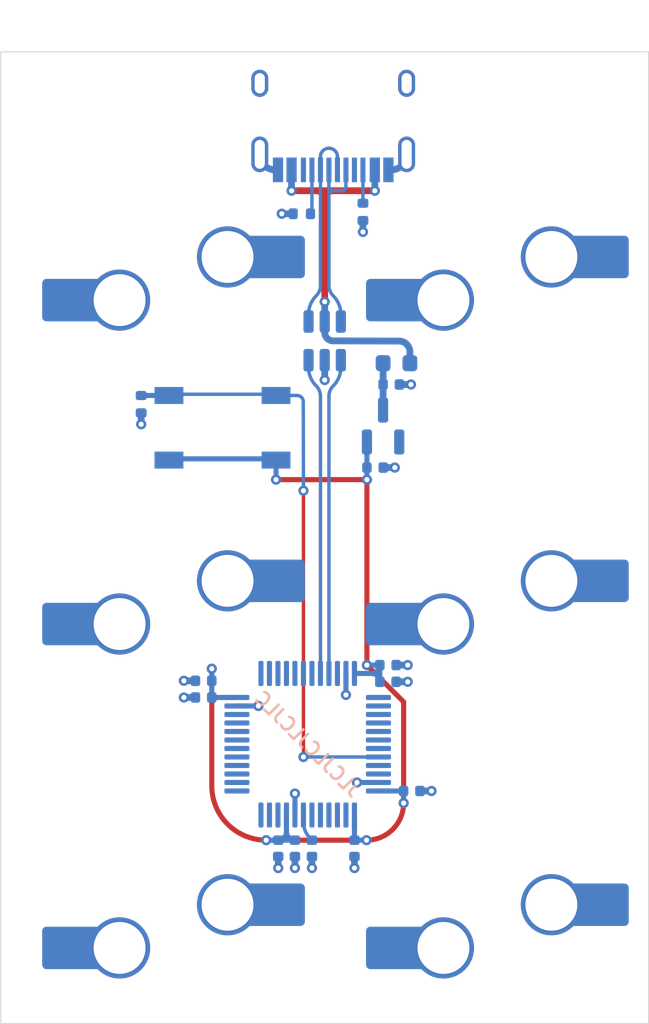
<source format=kicad_pcb>
(kicad_pcb (version 20240108) (generator "pcbnew") (generator_version "8.0")
  (layers (0 "F.Cu" signal) (31 "B.Cu" signal) (34 "B.Paste" user) (35 "F.Paste" user) (36 "B.SilkS" user "B.Silkscreen") (37 "F.SilkS" user "F.Silkscreen") (38 "B.Mask" user) (39 "F.Mask" user) (44 "Edge.Cuts" user))
  (net 0 "")
  (net 1 "GND")
  (net 2 "+3.3V")
  (net 3 "+5V")
  (net 4 "VBUS")
  (net 5 "/USB_D+")
  (net 6 "Net-(J1-CC1)")
  (net 7 "/USB_D-")
  (net 8 "Net-(J1-CC2)")
  (net 9 "/A7")
  (net 10 "/A0")
  (net 11 "/A6")
  (net 12 "/A9")
  (net 13 "/A5")
  (net 14 "/A3")
  (net 15 "/A1")
  (net 16 "/A8")
  (net 17 "/A4")
  (net 18 "/A13")
  (net 19 "/A14")
  (net 20 "/A15")
  (net 21 "/A10")
  (net 22 "/A2")
  (net 23 "/MCU_D-")
  (net 24 "/MCU_D+")
  (net 25 "/NRST")
  (net 26 "/BOOT0")
  (net 27 "/B12")
  (net 28 "/B3")
  (net 29 "/B6")
  (net 30 "/B0")
  (net 31 "/B8")
  (net 32 "/B7")
  (net 33 "/B2")
  (net 34 "/B4")
  (net 35 "/B1")
  (net 36 "/B13")
  (net 37 "/F1")
  (net 38 "/B9")
  (net 39 "/C13")
  (net 40 "/B10")
  (net 41 "/C14")
  (net 42 "/B15")
  (net 43 "/F0")
  (net 44 "/C15")
  (net 45 "/B11")
  (net 46 "/B5")
  (net 47 "/B14")
  (footprint "ScottoKeebs_Components:Resistor_0402" (layer "B.Cu") (at 136.412448 97.147529 -90)
    (property "Reference" "R3" (hide yes))
    (property "Value" "5.1k" (hide yes))
    (pad "1" smd roundrect (at -0.51 0 270) (size 0.54 0.64) (layers "B.Cu" "B.Paste" "B.Mask") (net 8 "Net-(J1-CC2)"))
    (pad "2" smd roundrect (at 0.51 0 270) (size 0.54 0.64) (layers "B.Cu" "B.Paste" "B.Mask") (net 1 "GND"))
  )
  (footprint "ScottoKeebs_Components:Capacitor_0402" (layer "B.Cu") (at 137.884946 124.787526 180)
    (property "Reference" "C16" (hide yes))
    (property "Value" "100nF")
    (pad "1" smd roundrect (at -0.48 0 180) (size 0.56 0.62) (layers "B.Cu" "B.Paste" "B.Mask") (net 1 "GND"))
    (pad "2" smd roundrect (at 0.48 0 180) (size 0.56 0.62) (layers "B.Cu" "B.Paste" "B.Mask") (net 2 "+3.3V"))
  )
  (footprint "ScottoKeebs_Scotto:MX_Hotswap_1.00u" (layer "B.Cu") (at 125.272446 101.070029 180)
    (property "Reference" "REF**" (hide yes))
    (property "Value" "MX_1.00u_PG151101S11")
    (pad "" np_thru_hole circle (at -4.445 3.81) (size 1.75 1.75) (drill 1.75) (layers "F&B.Cu" "*.Mask") (clearance 0.1))
    (pad "" np_thru_hole circle (at 0.635 3.81) (size 4 4) (drill 4) (layers "*.Cu" "*.Mask"))
    (pad "" np_thru_hole circle (at 5.715 3.81) (size 1.75 1.75) (drill 1.75) (layers "*.Cu" "*.Mask"))
    (pad "1" smd roundrect (at -5.95 1.27) (size 3.55 2.5) (layers "B.Cu") (roundrect_rratio 0.1))
    (pad "1" thru_hole circle (at -3.175 1.27) (size 3.6 3.6) (drill 3.05) (layers "*.Cu" "*.Mask"))
    (pad "2" thru_hole circle (at 3.175 -1.27) (size 3.6 3.6) (drill 3.05) (layers "*.Cu" "*.Mask"))
    (pad "2" smd roundrect (at 5.955 -1.27) (size 3.55 2.5) (layers "B.Cu") (roundrect_rratio 0.1))
  )
  (footprint "ScottoKeebs_Components:USB_C_HRO_TYPE-C-31-M-12" (layer "B.Cu") (at 134.662446 90.635029)
    (property "Reference" "J1" (hide yes))
    (property "Value" "USB_C")
    (pad "" np_thru_hole circle (at -2.89 2.6) (size 0.65 0.65) (drill 0.65) (layers "*.Cu" "*.Mask"))
    (pad "" np_thru_hole circle (at 2.89 2.6) (size 0.65 0.65) (drill 0.65) (layers "*.Cu" "*.Mask"))
    (pad "A1" smd rect (at -3.25 4.045) (size 0.6 1.45) (layers "B.Cu" "B.Paste" "B.Mask") (net 1 "GND"))
    (pad "A4" smd rect (at -2.45 4.045) (size 0.6 1.45) (layers "B.Cu" "B.Paste" "B.Mask") (net 4 "VBUS"))
    (pad "A5" smd rect (at -1.25 4.045) (size 0.3 1.45) (layers "B.Cu" "B.Paste" "B.Mask") (net 6 "Net-(J1-CC1)"))
    (pad "A6" smd rect (at -0.25 4.045) (size 0.3 1.45) (layers "B.Cu" "B.Paste" "B.Mask") (net 5 "/USB_D+"))
    (pad "A7" smd rect (at 0.25 4.045) (size 0.3 1.45) (layers "B.Cu" "B.Paste" "B.Mask") (net 7 "/USB_D-"))
    (pad "A8" smd rect (at 1.25 4.045) (size 0.3 1.45) (layers "B.Cu" "B.Paste" "B.Mask"))
    (pad "A9" smd rect (at 2.45 4.045) (size 0.6 1.45) (layers "B.Cu" "B.Paste" "B.Mask") (net 4 "VBUS"))
    (pad "A12" smd rect (at 3.25 4.045) (size 0.6 1.45) (layers "B.Cu" "B.Paste" "B.Mask") (net 1 "GND"))
    (pad "B1" smd rect (at 3.25 4.045) (size 0.6 1.45) (layers "B.Cu" "B.Paste" "B.Mask") (net 1 "GND"))
    (pad "B4" smd rect (at 2.45 4.045) (size 0.6 1.45) (layers "B.Cu" "B.Paste" "B.Mask") (net 4 "VBUS"))
    (pad "B5" smd rect (at 1.75 4.045) (size 0.3 1.45) (layers "B.Cu" "B.Paste" "B.Mask") (net 8 "Net-(J1-CC2)"))
    (pad "B6" smd rect (at 0.75 4.045) (size 0.3 1.45) (layers "B.Cu" "B.Paste" "B.Mask") (net 5 "/USB_D+"))
    (pad "B7" smd rect (at -0.75 4.045) (size 0.3 1.45) (layers "B.Cu" "B.Paste" "B.Mask") (net 7 "/USB_D-"))
    (pad "B8" smd rect (at -1.75 4.045) (size 0.3 1.45) (layers "B.Cu" "B.Paste" "B.Mask"))
    (pad "B9" smd rect (at -2.45 4.045) (size 0.6 1.45) (layers "B.Cu" "B.Paste" "B.Mask") (net 4 "VBUS"))
    (pad "B12" smd rect (at -3.25 4.045) (size 0.6 1.45) (layers "B.Cu" "B.Paste" "B.Mask") (net 1 "GND"))
    (pad "S1" thru_hole oval (at -4.32 -1.05) (size 1 1.6) (drill oval 0.6 1.2) (layers "*.Cu" "*.Mask") (net 1 "GND"))
    (pad "S1" thru_hole oval (at -4.32 3.13) (size 1 2.1) (drill oval 0.6 1.7) (layers "*.Cu" "*.Mask") (net 1 "GND"))
    (pad "S1" thru_hole oval (at 4.32 -1.05) (size 1 1.6) (drill oval 0.6 1.2) (layers "*.Cu" "*.Mask") (net 1 "GND"))
    (pad "S1" thru_hole oval (at 4.32 3.13) (size 1 2.1) (drill oval 0.6 1.7) (layers "*.Cu" "*.Mask") (net 1 "GND"))
  )
  (footprint "ScottoKeebs_Components:ESD_SOT-23-6" (layer "B.Cu") (at 134.162446 104.735029 90)
    (property "Reference" "U4" (hide yes))
    (property "Value" "USBLC6-2SC6" (hide yes))
    (pad "1" smd roundrect (at -1.1375 0.95 90) (size 1.325 0.6) (layers "B.Cu" "B.Paste" "B.Mask") (net 24 "/MCU_D+"))
    (pad "2" smd roundrect (at -1.1375 0 90) (size 1.325 0.6) (layers "B.Cu" "B.Paste" "B.Mask") (net 1 "GND"))
    (pad "3" smd roundrect (at -1.1375 -0.95 90) (size 1.325 0.6) (layers "B.Cu" "B.Paste" "B.Mask") (net 23 "/MCU_D-"))
    (pad "4" smd roundrect (at 1.1375 -0.95 90) (size 1.325 0.6) (layers "B.Cu" "B.Paste" "B.Mask") (net 7 "/USB_D-"))
    (pad "5" smd roundrect (at 1.1375 0 90) (size 1.325 0.6) (layers "B.Cu" "B.Paste" "B.Mask") (net 4 "VBUS"))
    (pad "6" smd roundrect (at 1.1375 0.95 90) (size 1.325 0.6) (layers "B.Cu" "B.Paste" "B.Mask") (net 5 "/USB_D+"))
  )
  (footprint "ScottoKeebs_Scotto:MX_Hotswap_1.00u" (layer "B.Cu") (at 125.272446 120.120029 180)
    (property "Reference" "REF**" (hide yes))
    (property "Value" "MX_1.00u_PG151101S11")
    (pad "" np_thru_hole circle (at -4.445 3.81) (size 1.75 1.75) (drill 1.75) (layers "F&B.Cu" "*.Mask") (clearance 0.1))
    (pad "" np_thru_hole circle (at 0.635 3.81) (size 4 4) (drill 4) (layers "*.Cu" "*.Mask"))
    (pad "" np_thru_hole circle (at 5.715 3.81) (size 1.75 1.75) (drill 1.75) (layers "*.Cu" "*.Mask"))
    (pad "1" smd roundrect (at -5.95 1.27) (size 3.55 2.5) (layers "B.Cu") (roundrect_rratio 0.1))
    (pad "1" thru_hole circle (at -3.175 1.27) (size 3.6 3.6) (drill 3.05) (layers "*.Cu" "*.Mask"))
    (pad "2" thru_hole circle (at 3.175 -1.27) (size 3.6 3.6) (drill 3.05) (layers "*.Cu" "*.Mask"))
    (pad "2" smd roundrect (at 5.955 -1.27) (size 3.55 2.5) (layers "B.Cu") (roundrect_rratio 0.1))
  )
  (footprint "ScottoKeebs_Components:Capacitor_0402" (layer "B.Cu") (at 139.284946 131.210029 180)
    (property "Reference" "C13" (hide yes))
    (property "Value" "100nF")
    (pad "1" smd roundrect (at -0.48 0 180) (size 0.56 0.62) (layers "B.Cu" "B.Paste" "B.Mask") (net 1 "GND"))
    (pad "2" smd roundrect (at 0.48 0 180) (size 0.56 0.62) (layers "B.Cu" "B.Paste" "B.Mask") (net 2 "+3.3V"))
  )
  (footprint "ScottoKeebs_Components:Capacitor_0402" (layer "B.Cu") (at 132.412447 134.582529 90)
    (property "Reference" "C14" (hide yes))
    (property "Value" "10nF")
    (pad "1" smd roundrect (at -0.48 0 90) (size 0.56 0.62) (layers "B.Cu" "B.Paste" "B.Mask") (net 1 "GND"))
    (pad "2" smd roundrect (at 0.48 0 90) (size 0.56 0.62) (layers "B.Cu" "B.Paste" "B.Mask") (net 2 "+3.3V"))
  )
  (footprint "ScottoKeebs_Scotto:MX_Hotswap_1.00u" (layer "B.Cu") (at 125.272446 139.170029 180)
    (property "Reference" "REF**" (hide yes))
    (property "Value" "MX_1.00u_PG151101S11")
    (pad "" np_thru_hole circle (at -4.445 3.81) (size 1.75 1.75) (drill 1.75) (layers "F&B.Cu" "*.Mask") (clearance 0.1))
    (pad "" np_thru_hole circle (at 0.635 3.81) (size 4 4) (drill 4) (layers "*.Cu" "*.Mask"))
    (pad "" np_thru_hole circle (at 5.715 3.81) (size 1.75 1.75) (drill 1.75) (layers "*.Cu" "*.Mask"))
    (pad "1" smd roundrect (at -5.95 1.27) (size 3.55 2.5) (layers "B.Cu") (roundrect_rratio 0.1))
    (pad "1" thru_hole circle (at -3.175 1.27) (size 3.6 3.6) (drill 3.05) (layers "*.Cu" "*.Mask"))
    (pad "2" thru_hole circle (at 3.175 -1.27) (size 3.6 3.6) (drill 3.05) (layers "*.Cu" "*.Mask"))
    (pad "2" smd roundrect (at 5.955 -1.27) (size 3.55 2.5) (layers "B.Cu") (roundrect_rratio 0.1))
  )
  (footprint "ScottoKeebs_Scotto:MX_Hotswap_1.00u" (layer "B.Cu") (at 144.322446 101.070029 180)
    (property "Reference" "REF**" (hide yes))
    (property "Value" "MX_1.00u_PG151101S11")
    (pad "" np_thru_hole circle (at -4.445 3.81) (size 1.75 1.75) (drill 1.75) (layers "F&B.Cu" "*.Mask") (clearance 0.1))
    (pad "" np_thru_hole circle (at 0.635 3.81) (size 4 4) (drill 4) (layers "*.Cu" "*.Mask"))
    (pad "" np_thru_hole circle (at 5.715 3.81) (size 1.75 1.75) (drill 1.75) (layers "*.Cu" "*.Mask"))
    (pad "1" smd roundrect (at -5.95 1.27) (size 3.55 2.5) (layers "B.Cu") (roundrect_rratio 0.1))
    (pad "1" thru_hole circle (at -3.175 1.27) (size 3.6 3.6) (drill 3.05) (layers "*.Cu" "*.Mask"))
    (pad "2" thru_hole circle (at 3.175 -1.27) (size 3.6 3.6) (drill 3.05) (layers "*.Cu" "*.Mask"))
    (pad "2" smd roundrect (at 5.955 -1.27) (size 3.55 2.5) (layers "B.Cu") (roundrect_rratio 0.1))
  )
  (footprint "ScottoKeebs_Scotto:MX_Hotswap_1.00u" (layer "B.Cu") (at 144.322446 139.170029 180)
    (property "Reference" "REF**" (hide yes))
    (property "Value" "MX_1.00u_PG151101S11")
    (pad "" np_thru_hole circle (at -4.445 3.81) (size 1.75 1.75) (drill 1.75) (layers "F&B.Cu" "*.Mask") (clearance 0.1))
    (pad "" np_thru_hole circle (at 0.635 3.81) (size 4 4) (drill 4) (layers "*.Cu" "*.Mask"))
    (pad "" np_thru_hole circle (at 5.715 3.81) (size 1.75 1.75) (drill 1.75) (layers "*.Cu" "*.Mask"))
    (pad "1" smd roundrect (at -5.95 1.27) (size 3.55 2.5) (layers "B.Cu") (roundrect_rratio 0.1))
    (pad "1" thru_hole circle (at -3.175 1.27) (size 3.6 3.6) (drill 3.05) (layers "*.Cu" "*.Mask"))
    (pad "2" thru_hole circle (at 3.175 -1.27) (size 3.6 3.6) (drill 3.05) (layers "*.Cu" "*.Mask"))
    (pad "2" smd roundrect (at 5.955 -1.27) (size 3.55 2.5) (layers "B.Cu") (roundrect_rratio 0.1))
  )
  (footprint "ScottoKeebs_Components:Package_LQFP-48_7x7mm_P0.5" (layer "B.Cu") (at 133.162446 128.460029 90)
    (property "Reference" "U1" (hide yes))
    (property "Value" "STM32F072CBT6" (hide yes))
    (pad "1" smd roundrect (at -4.1625 2.75 90) (size 1.475 0.3) (layers "B.Cu" "B.Paste" "B.Mask") (net 2 "+3.3V"))
    (pad "2" smd roundrect (at -4.1625 2.25 90) (size 1.475 0.3) (layers "B.Cu" "B.Paste" "B.Mask") (net 39 "/C13"))
    (pad "3" smd roundrect (at -4.1625 1.75 90) (size 1.475 0.3) (layers "B.Cu" "B.Paste" "B.Mask") (net 41 "/C14"))
    (pad "4" smd roundrect (at -4.1625 1.25 90) (size 1.475 0.3) (layers "B.Cu" "B.Paste" "B.Mask") (net 44 "/C15"))
    (pad "5" smd roundrect (at -4.1625 0.75 90) (size 1.475 0.3) (layers "B.Cu" "B.Paste" "B.Mask") (net 43 "/F0"))
    (pad "6" smd roundrect (at -4.1625 0.25 90) (size 1.475 0.3) (layers "B.Cu" "B.Paste" "B.Mask") (net 37 "/F1"))
    (pad "7" smd roundrect (at -4.1625 -0.25 90) (size 1.475 0.3) (layers "B.Cu" "B.Paste" "B.Mask") (net 25 "/NRST"))
    (pad "8" smd roundrect (at -4.1625 -0.75 90) (size 1.475 0.3) (layers "B.Cu" "B.Paste" "B.Mask") (net 1 "GND"))
    (pad "9" smd roundrect (at -4.1625 -1.25 90) (size 1.475 0.3) (layers "B.Cu" "B.Paste" "B.Mask") (net 2 "+3.3V"))
    (pad "10" smd roundrect (at -4.1625 -1.75 90) (size 1.475 0.3) (layers "B.Cu" "B.Paste" "B.Mask") (net 10 "/A0"))
    (pad "11" smd roundrect (at -4.1625 -2.25 90) (size 1.475 0.3) (layers "B.Cu" "B.Paste" "B.Mask") (net 15 "/A1"))
    (pad "12" smd roundrect (at -4.1625 -2.75 90) (size 1.475 0.3) (layers "B.Cu" "B.Paste" "B.Mask") (net 22 "/A2"))
    (pad "13" smd roundrect (at -2.75 -4.1625 90) (size 0.3 1.475) (layers "B.Cu" "B.Paste" "B.Mask") (net 14 "/A3"))
    (pad "14" smd roundrect (at -2.25 -4.1625 90) (size 0.3 1.475) (layers "B.Cu" "B.Paste" "B.Mask") (net 17 "/A4"))
    (pad "15" smd roundrect (at -1.75 -4.1625 90) (size 0.3 1.475) (layers "B.Cu" "B.Paste" "B.Mask") (net 13 "/A5"))
    (pad "16" smd roundrect (at -1.25 -4.1625 90) (size 0.3 1.475) (layers "B.Cu" "B.Paste" "B.Mask") (net 11 "/A6"))
    (pad "17" smd roundrect (at -0.75 -4.1625 90) (size 0.3 1.475) (layers "B.Cu" "B.Paste" "B.Mask") (net 9 "/A7"))
    (pad "18" smd roundrect (at -0.25 -4.1625 90) (size 0.3 1.475) (layers "B.Cu" "B.Paste" "B.Mask") (net 30 "/B0"))
    (pad "19" smd roundrect (at 0.25 -4.1625 90) (size 0.3 1.475) (layers "B.Cu" "B.Paste" "B.Mask") (net 35 "/B1"))
    (pad "20" smd roundrect (at 0.75 -4.1625 90) (size 0.3 1.475) (layers "B.Cu" "B.Paste" "B.Mask") (net 33 "/B2"))
    (pad "21" smd roundrect (at 1.25 -4.1625 90) (size 0.3 1.475) (layers "B.Cu" "B.Paste" "B.Mask") (net 40 "/B10"))
    (pad "22" smd roundrect (at 1.75 -4.1625 90) (size 0.3 1.475) (layers "B.Cu" "B.Paste" "B.Mask") (net 45 "/B11"))
    (pad "23" smd roundrect (at 2.25 -4.1625 90) (size 0.3 1.475) (layers "B.Cu" "B.Paste" "B.Mask") (net 1 "GND"))
    (pad "24" smd roundrect (at 2.75 -4.1625 90) (size 0.3 1.475) (layers "B.Cu" "B.Paste" "B.Mask") (net 2 "+3.3V"))
    (pad "25" smd roundrect (at 4.1625 -2.75 90) (size 1.475 0.3) (layers "B.Cu" "B.Paste" "B.Mask") (net 27 "/B12"))
    (pad "26" smd roundrect (at 4.1625 -2.25 90) (size 1.475 0.3) (layers "B.Cu" "B.Paste" "B.Mask") (net 36 "/B13"))
    (pad "27" smd roundrect (at 4.1625 -1.75 90) (size 1.475 0.3) (layers "B.Cu" "B.Paste" "B.Mask") (net 47 "/B14"))
    (pad "28" smd roundrect (at 4.1625 -1.25 90) (size 1.475 0.3) (layers "B.Cu" "B.Paste" "B.Mask") (net 42 "/B15"))
    (pad "29" smd roundrect (at 4.1625 -0.75 90) (size 1.475 0.3) (layers "B.Cu" "B.Paste" "B.Mask") (net 16 "/A8"))
    (pad "30" smd roundrect (at 4.1625 -0.25 90) (size 1.475 0.3) (layers "B.Cu" "B.Paste" "B.Mask") (net 12 "/A9"))
    (pad "31" smd roundrect (at 4.1625 0.25 90) (size 1.475 0.3) (layers "B.Cu" "B.Paste" "B.Mask") (net 21 "/A10"))
    (pad "32" smd roundrect (at 4.1625 0.75 90) (size 1.475 0.3) (layers "B.Cu" "B.Paste" "B.Mask") (net 23 "/MCU_D-"))
    (pad "33" smd roundrect (at 4.1625 1.25 90) (size 1.475 0.3) (layers "B.Cu" "B.Paste" "B.Mask") (net 24 "/MCU_D+"))
    (pad "34" smd roundrect (at 4.1625 1.75 90) (size 1.475 0.3) (layers "B.Cu" "B.Paste" "B.Mask") (net 18 "/A13"))
    (pad "35" smd roundrect (at 4.1625 2.25 90) (size 1.475 0.3) (layers "B.Cu" "B.Paste" "B.Mask") (net 1 "GND"))
    (pad "36" smd roundrect (at 4.1625 2.75 90) (size 1.475 0.3) (layers "B.Cu" "B.Paste" "B.Mask") (net 2 "+3.3V"))
    (pad "37" smd roundrect (at 2.75 4.1625 90) (size 0.3 1.475) (layers "B.Cu" "B.Paste" "B.Mask") (net 19 "/A14"))
    (pad "38" smd roundrect (at 2.25 4.1625 90) (size 0.3 1.475) (layers "B.Cu" "B.Paste" "B.Mask") (net 20 "/A15"))
    (pad "39" smd roundrect (at 1.75 4.1625 90) (size 0.3 1.475) (layers "B.Cu" "B.Paste" "B.Mask") (net 28 "/B3"))
    (pad "40" smd roundrect (at 1.25 4.1625 90) (size 0.3 1.475) (layers "B.Cu" "B.Paste" "B.Mask") (net 34 "/B4"))
    (pad "41" smd roundrect (at 0.75 4.1625 90) (size 0.3 1.475) (layers "B.Cu" "B.Paste" "B.Mask") (net 46 "/B5"))
    (pad "42" smd roundrect (at 0.25 4.1625 90) (size 0.3 1.475) (layers "B.Cu" "B.Paste" "B.Mask") (net 29 "/B6"))
    (pad "43" smd roundrect (at -0.25 4.1625 90) (size 0.3 1.475) (layers "B.Cu" "B.Paste" "B.Mask") (net 32 "/B7"))
    (pad "44" smd roundrect (at -0.75 4.1625 90) (size 0.3 1.475) (layers "B.Cu" "B.Paste" "B.Mask") (net 26 "/BOOT0"))
    (pad "45" smd roundrect (at -1.25 4.1625 90) (size 0.3 1.475) (layers "B.Cu" "B.Paste" "B.Mask") (net 31 "/B8"))
    (pad "46" smd roundrect (at -1.75 4.1625 90) (size 0.3 1.475) (layers "B.Cu" "B.Paste" "B.Mask") (net 38 "/B9"))
    (pad "47" smd roundrect (at -2.25 4.1625 90) (size 0.3 1.475) (layers "B.Cu" "B.Paste" "B.Mask") (net 1 "GND"))
    (pad "48" smd roundrect (at -2.75 4.1625 90) (size 0.3 1.475) (layers "B.Cu" "B.Paste" "B.Mask") (net 2 "+3.3V"))
  )
  (footprint "ScottoKeebs_Components:Capacitor_0402" (layer "B.Cu") (at 127.039945 125.710026)
    (property "Reference" "C11" (hide yes))
    (property "Value" "100nF")
    (pad "1" smd roundrect (at -0.48 0) (size 0.56 0.62) (layers "B.Cu" "B.Paste" "B.Mask") (net 1 "GND"))
    (pad "2" smd roundrect (at 0.48 0) (size 0.56 0.62) (layers "B.Cu" "B.Paste" "B.Mask") (net 2 "+3.3V"))
  )
  (footprint "ScottoKeebs_Components:Capacitor_0402" (layer "B.Cu") (at 138.077197 107.302526)
    (property "Reference" "C8" (hide yes))
    (property "Value" "1uF")
    (pad "1" smd roundrect (at -0.48 0) (size 0.56 0.62) (layers "B.Cu" "B.Paste" "B.Mask") (net 3 "+5V"))
    (pad "2" smd roundrect (at 0.48 0) (size 0.56 0.62) (layers "B.Cu" "B.Paste" "B.Mask") (net 1 "GND"))
  )
  (footprint "ScottoKeebs_Components:Capacitor_0402" (layer "B.Cu") (at 135.912445 134.58253 90)
    (property "Reference" "C10" (hide yes))
    (property "Value" "100nF")
    (pad "1" smd roundrect (at -0.48 0 90) (size 0.56 0.62) (layers "B.Cu" "B.Paste" "B.Mask") (net 1 "GND"))
    (pad "2" smd roundrect (at 0.48 0 90) (size 0.56 0.62) (layers "B.Cu" "B.Paste" "B.Mask") (net 2 "+3.3V"))
  )
  (footprint "ScottoKeebs_Components:Capacitor_0402" (layer "B.Cu") (at 131.429947 134.58253 90)
    (property "Reference" "C15" (hide yes))
    (property "Value" "1uF")
    (pad "1" smd roundrect (at -0.48 0 90) (size 0.56 0.62) (layers "B.Cu" "B.Paste" "B.Mask") (net 1 "GND"))
    (pad "2" smd roundrect (at 0.48 0 90) (size 0.56 0.62) (layers "B.Cu" "B.Paste" "B.Mask") (net 2 "+3.3V"))
  )
  (footprint "ScottoKeebs_Scotto:MX_Hotswap_1.00u" (layer "B.Cu") (at 144.322446 120.120029 180)
    (property "Reference" "REF**" (hide yes))
    (property "Value" "MX_1.00u_PG151101S11")
    (pad "" np_thru_hole circle (at -4.445 3.81) (size 1.75 1.75) (drill 1.75) (layers "F&B.Cu" "*.Mask") (clearance 0.1))
    (pad "" np_thru_hole circle (at 0.635 3.81) (size 4 4) (drill 4) (layers "*.Cu" "*.Mask"))
    (pad "" np_thru_hole circle (at 5.715 3.81) (size 1.75 1.75) (drill 1.75) (layers "*.Cu" "*.Mask"))
    (pad "1" smd roundrect (at -5.95 1.27) (size 3.55 2.5) (layers "B.Cu") (roundrect_rratio 0.1))
    (pad "1" thru_hole circle (at -3.175 1.27) (size 3.6 3.6) (drill 3.05) (layers "*.Cu" "*.Mask"))
    (pad "2" thru_hole circle (at 3.175 -1.27) (size 3.6 3.6) (drill 3.05) (layers "*.Cu" "*.Mask"))
    (pad "2" smd roundrect (at 5.955 -1.27) (size 3.55 2.5) (layers "B.Cu") (roundrect_rratio 0.1))
  )
  (footprint "ScottoKeebs_Components:Resistor_0402" (layer "B.Cu") (at 132.817446 97.260029 180)
    (property "Reference" "R2" (hide yes))
    (property "Value" "5.1k" (hide yes))
    (pad "1" smd roundrect (at -0.51 0 180) (size 0.54 0.64) (layers "B.Cu" "B.Paste" "B.Mask") (net 6 "Net-(J1-CC1)"))
    (pad "2" smd roundrect (at 0.51 0 180) (size 0.54 0.64) (layers "B.Cu" "B.Paste" "B.Mask") (net 1 "GND"))
  )
  (footprint "ScottoKeebs_Components:Capacitor_0402" (layer "B.Cu") (at 133.412446 134.582529 -90)
    (property "Reference" "C7" (hide yes))
    (property "Value" "100nF")
    (pad "1" smd roundrect (at -0.48 0 270) (size 0.56 0.62) (layers "B.Cu" "B.Paste" "B.Mask") (net 25 "/NRST"))
    (pad "2" smd roundrect (at 0.48 0 270) (size 0.56 0.62) (layers "B.Cu" "B.Paste" "B.Mask") (net 1 "GND"))
  )
  (footprint "ScottoKeebs_Components:Capacitor_0402" (layer "B.Cu") (at 137.884948 123.805024 180)
    (property "Reference" "C17" (hide yes))
    (property "Value" "4.7uF")
    (pad "1" smd roundrect (at -0.48 0 180) (size 0.56 0.62) (layers "B.Cu" "B.Paste" "B.Mask") (net 1 "GND"))
    (pad "2" smd roundrect (at 0.48 0 180) (size 0.56 0.62) (layers "B.Cu" "B.Paste" "B.Mask") (net 2 "+3.3V"))
  )
  (footprint "ScottoKeebs_Components:Voltage_SOT-23" (layer "B.Cu") (at 137.596197 109.745026 90)
    (property "Reference" "U3" (hide yes))
    (property "Value" "XC6206")
    (pad "1" smd roundrect (at -0.9375 0.95 90) (size 1.475 0.6) (layers "B.Cu" "B.Paste" "B.Mask") (net 1 "GND"))
    (pad "2" smd roundrect (at -0.9375 -0.95 90) (size 1.475 0.6) (layers "B.Cu" "B.Paste" "B.Mask") (net 2 "+3.3V"))
    (pad "3" smd roundrect (at 0.9375 0 90) (size 1.475 0.6) (layers "B.Cu" "B.Paste" "B.Mask") (net 3 "+5V"))
  )
  (footprint "ScottoKeebs_Components:Resistor_0402" (layer "B.Cu") (at 123.36745 108.460024 90)
    (property "Reference" "R1" (hide yes))
    (property "Value" "10k" (hide yes))
    (pad "1" smd roundrect (at -0.51 0 90) (size 0.54 0.64) (layers "B.Cu" "B.Paste" "B.Mask") (net 1 "GND"))
    (pad "2" smd roundrect (at 0.51 0 90) (size 0.54 0.64) (layers "B.Cu" "B.Paste" "B.Mask") (net 26 "/BOOT0"))
  )
  (footprint "ScottoKeebs_Components:Fuse_0603" (layer "B.Cu") (at 138.386195 106.050026 180)
    (property "Reference" "F1" (hide yes))
    (property "Value" "500mA" (hide yes))
    (pad "1" smd roundrect (at -0.7875 0 180) (size 0.875 0.95) (layers "B.Cu" "B.Paste" "B.Mask") (net 4 "VBUS"))
    (pad "2" smd roundrect (at 0.7875 0 180) (size 0.875 0.95) (layers "B.Cu" "B.Paste" "B.Mask") (net 3 "+5V"))
  )
  (footprint "ScottoKeebs_Components:Button_TL3342" (layer "B.Cu") (at 128.149946 109.84753)
    (property "Reference" "SW1" (hide yes))
    (property "Value" "SW_Push")
    (pad "1" smd rect (at -3.15 1.9) (size 1.7 1) (layers "B.Cu" "B.Paste" "B.Mask") (net 2 "+3.3V"))
    (pad "1" smd rect (at 3.15 1.9) (size 1.7 1) (layers "B.Cu" "B.Paste" "B.Mask") (net 2 "+3.3V"))
    (pad "2" smd rect (at -3.15 -1.9) (size 1.7 1) (layers "B.Cu" "B.Paste" "B.Mask") (net 26 "/BOOT0"))
    (pad "2" smd rect (at 3.15 -1.9) (size 1.7 1) (layers "B.Cu" "B.Paste" "B.Mask") (net 26 "/BOOT0"))
  )
  (footprint "ScottoKeebs_Components:Capacitor_0402" (layer "B.Cu") (at 137.126197 112.187526)
    (property "Reference" "C9" (hide yes))
    (property "Value" "1uF")
    (pad "1" smd roundrect (at -0.48 0) (size 0.56 0.62) (layers "B.Cu" "B.Paste" "B.Mask") (net 2 "+3.3V"))
    (pad "2" smd roundrect (at 0.48 0) (size 0.56 0.62) (layers "B.Cu" "B.Paste" "B.Mask") (net 1 "GND"))
  )
  (footprint "ScottoKeebs_Components:Capacitor_0402" (layer "B.Cu") (at 127.039938 124.727526)
    (property "Reference" "C12" (hide yes))
    (property "Value" "4.7uF")
    (pad "1" smd roundrect (at -0.48 0) (size 0.56 0.62) (layers "B.Cu" "B.Paste" "B.Mask") (net 1 "GND"))
    (pad "2" smd roundrect (at 0.48 0) (size 0.56 0.62) (layers "B.Cu" "B.Paste" "B.Mask") (net 2 "+3.3V"))
  )
  (gr_rect (start 115.112446 87.735029) (end 153.212446 144.885029) (stroke (width 0.05)) (fill none) (layer "Edge.Cuts"))
  (gr_text "JLCJLCJLCJLC" (at 133.162446 128.460029 -45) (layer "B.SilkS") (effects (font (size 0.8 0.8)) (justify mirror)))
  (via (at 123.367448 109.640021) (size 0.6) (drill 0.3) (layers "F.Cu" "B.Cu") (net 1))
  (via (at 133.412446 135.742529) (size 0.6) (drill 0.3) (layers "F.Cu" "B.Cu") (net 1))
  (via (at 125.879945 125.710027) (size 0.6) (drill 0.3) (layers "F.Cu" "B.Cu") (net 1))
  (via (at 125.879946 124.727523) (size 0.6) (drill 0.3) (layers "F.Cu" "B.Cu") (net 1))
  (via (at 135.912449 135.742529) (size 0.6) (drill 0.3) (layers "F.Cu" "B.Cu") (net 1))
  (via (at 136.412451 98.32753) (size 0.6) (drill 0.3) (layers "F.Cu" "B.Cu") (net 1))
  (via (at 132.412446 131.360029) (size 0.6) (drill 0.3) (layers "F.Cu" "B.Cu") (net 1))
  (via (at 135.412446 125.560029) (size 0.6) (drill 0.3) (layers "F.Cu" "B.Cu") (net 1))
  (via (at 136.062446 130.710029) (size 0.6) (drill 0.3) (layers "F.Cu" "B.Cu") (net 1))
  (via (at 131.429948 135.742531) (size 0.6) (drill 0.3) (layers "F.Cu" "B.Cu") (net 1))
  (via (at 130.262446 126.210029) (size 0.6) (drill 0.3) (layers "F.Cu" "B.Cu") (net 1))
  (via (at 134.161569 107.038677) (size 0.6) (drill 0.3) (layers "F.Cu" "B.Cu") (net 1))
  (via (at 139.237197 107.302526) (size 0.6) (drill 0.3) (layers "F.Cu" "B.Cu") (net 1))
  (via (at 140.444946 131.210029) (size 0.6) (drill 0.3) (layers "F.Cu" "B.Cu") (net 1))
  (via (at 139.044948 123.805023) (size 0.6) (drill 0.3) (layers "F.Cu" "B.Cu") (net 1))
  (via (at 138.286197 112.187526) (size 0.6) (drill 0.3) (layers "F.Cu" "B.Cu") (net 1))
  (via (at 132.412446 135.742529) (size 0.6) (drill 0.3) (layers "F.Cu" "B.Cu") (net 1))
  (via (at 139.044946 124.787525) (size 0.6) (drill 0.3) (layers "F.Cu" "B.Cu") (net 1))
  (via (at 131.637446 97.260029) (size 0.6) (drill 0.3) (layers "F.Cu" "B.Cu") (net 1))
  (segment (start 135.412446 124.297529) (end 135.412446 125.560029) (width 0.3) (layer "B.Cu") (net 1))
  (segment (start 132.307446 97.260029) (end 131.637446 97.260029) (width 0.4) (layer "B.Cu") (net 1))
  (segment (start 126.559947 124.727524) (end 125.879946 124.727523) (width 0.4) (layer "B.Cu") (net 1))
  (segment (start 131.429948 135.06253) (end 131.429948 135.742531) (width 0.4) (layer "B.Cu") (net 1))
  (segment (start 132.412446 135.062529) (end 132.412446 135.742529) (width 0.4) (layer "B.Cu") (net 1))
  (segment (start 138.557197 107.302526) (end 139.237197 107.302526) (width 0.4) (layer "B.Cu") (net 1))
  (segment (start 128.999946 126.210029) (end 130.262446 126.210029) (width 0.3) (layer "B.Cu") (net 1))
  (segment (start 123.367446 108.970026) (end 123.367448 109.640021) (width 0.4) (layer "B.Cu") (net 1))
  (segment (start 134.162446 107.0378) (end 134.161569 107.038677) (width 0.4) (layer "B.Cu") (net 1))
  (segment (start 137.606197 112.187526) (end 138.286197 112.187526) (width 0.4) (layer "B.Cu") (net 1))
  (segment (start 135.912449 135.062528) (end 135.912449 135.742529) (width 0.4) (layer "B.Cu") (net 1))
  (segment (start 139.044945 124.787526) (end 139.044946 124.787525) (width 0.3) (layer "B.Cu") (net 1))
  (segment (start 126.559945 125.710027) (end 125.879945 125.710027) (width 0.4) (layer "B.Cu") (net 1))
  (segment (start 134.162446 105.872529) (end 134.162446 107.0378) (width 0.4) (layer "B.Cu") (net 1))
  (segment (start 131.412446 94.680029) (end 131.257446 94.680029) (width 0.4) (layer "B.Cu") (net 1))
  (segment (start 133.412446 135.062529) (end 133.412446 135.742529) (width 0.4) (layer "B.Cu") (net 1))
  (segment (start 139.764946 131.210029) (end 140.444946 131.210029) (width 0.4) (layer "B.Cu") (net 1))
  (segment (start 138.364948 123.805024) (end 139.044947 123.805024) (width 0.4) (layer "B.Cu") (net 1))
  (segment (start 132.412446 132.622529) (end 132.412446 131.360029) (width 0.3) (layer "B.Cu") (net 1))
  (segment (start 137.912446 94.680029) (end 138.067446 94.680029) (width 0.4) (layer "B.Cu") (net 1))
  (segment (start 137.324946 130.710029) (end 136.062446 130.710029) (width 0.3) (layer "B.Cu") (net 1))
  (segment (start 136.412448 97.657529) (end 136.412448 98.327523) (width 0.4) (layer "B.Cu") (net 1))
  (segment (start 138.364946 124.787526) (end 139.044945 124.787526) (width 0.4) (layer "B.Cu") (net 1))
  (segment (start 136.412448 98.327523) (end 136.412451 98.32753) (width 0.4) (layer "B.Cu") (net 1))
  (segment (start 139.044947 123.805024) (end 139.044948 123.805023) (width 0.3) (layer "B.Cu") (net 1))
  (arc (start 138.067446 94.680029) (mid 138.714449 94.412032) (end 138.982446 93.765029) (width 0.4) (layer "B.Cu") (net 1))
  (arc (start 131.257446 94.680029) (mid 130.610443 94.412032) (end 130.342446 93.765029) (width 0.4) (layer "B.Cu") (net 1))
  (segment (start 127.519938 130.902521) (end 127.519938 124.017526) (width 0.3) (layer "F.Cu") (net 2))
  (segment (start 136.43494 134.102531) (end 130.719947 134.10253) (width 0.3) (layer "F.Cu") (net 2))
  (segment (start 136.622446 134.102531) (end 136.43494 134.102531) (width 0.3) (layer "F.Cu") (net 2))
  (segment (start 138.804946 131.920031) (end 138.804946 131.920029) (width 0.3) (layer "F.Cu") (net 2))
  (segment (start 136.643697 123.805024) (end 138.804946 125.966273) (width 0.3) (layer "F.Cu") (net 2))
  (segment (start 136.646197 123.802524) (end 136.643697 123.805024) (width 0.3) (layer "F.Cu") (net 2))
  (segment (start 138.804946 125.966273) (end 138.804946 131.920029) (width 0.3) (layer "F.Cu") (net 2))
  (segment (start 136.646197 112.897526) (end 136.646197 123.802524) (width 0.3) (layer "F.Cu") (net 2))
  (segment (start 136.646197 112.897526) (end 131.299951 112.897526) (width 0.3) (layer "F.Cu") (net 2))
  (via (at 136.622446 134.102531) (size 0.6) (drill 0.3) (layers "F.Cu" "B.Cu") (net 2))
  (via (at 136.646197 112.897526) (size 0.6) (drill 0.3) (layers "F.Cu" "B.Cu") (net 2))
  (via (at 138.804946 131.920029) (size 0.6) (drill 0.3) (layers "F.Cu" "B.Cu") (net 2))
  (via (at 130.719947 134.10253) (size 0.6) (drill 0.3) (layers "F.Cu" "B.Cu") (net 2))
  (via (at 136.643697 123.805024) (size 0.6) (drill 0.3) (layers "F.Cu" "B.Cu") (net 2))
  (via (at 127.519938 124.017526) (size 0.6) (drill 0.3) (layers "F.Cu" "B.Cu") (net 2))
  (via (at 131.299951 112.897526) (size 0.6) (drill 0.3) (layers "F.Cu" "B.Cu") (net 2))
  (arc (start 130.719947 134.10253) (mid 128.457199 133.165269) (end 127.519938 130.902521) (width 0.3) (layer "F.Cu") (net 2))
  (arc (start 136.622446 134.102531) (mid 138.165707 133.463292) (end 138.804946 131.920031) (width 0.3) (layer "F.Cu") (net 2))
  (segment (start 131.912446 132.622529) (end 131.912446 133.602529) (width 0.3) (layer "B.Cu") (net 2))
  (segment (start 131.912446 133.602529) (end 131.912446 133.62003) (width 0.3) (layer "B.Cu") (net 2))
  (segment (start 135.912447 124.297528) (end 135.912446 124.297529) (width 0.3) (layer "B.Cu") (net 2))
  (segment (start 131.429946 134.10253) (end 131.782447 134.10253) (width 0.3) (layer "B.Cu") (net 2))
  (segment (start 127.519945 125.710028) (end 127.519945 124.727532) (width 0.3) (layer "B.Cu") (net 2))
  (segment (start 137.404948 124.787524) (end 137.404946 124.787526) (width 0.3) (layer "B.Cu") (net 2))
  (segment (start 131.429946 134.10253) (end 130.719947 134.10253) (width 0.3) (layer "B.Cu") (net 2))
  (segment (start 124.999946 111.675029) (end 131.299949 111.675029) (width 0.3) (layer "B.Cu") (net 2))
  (segment (start 128.999946 125.710029) (end 127.519945 125.710029) (width 0.3) (layer "B.Cu") (net 2))
  (segment (start 135.912446 134.102527) (end 135.912447 134.102528) (width 0.3) (layer "B.Cu") (net 2))
  (segment (start 137.404951 123.805014) (end 137.404948 123.805027) (width 0.3) (layer "B.Cu") (net 2))
  (segment (start 131.299951 111.74753) (end 131.299951 112.897526) (width 0.3) (layer "B.Cu") (net 2))
  (segment (start 131.782447 134.10253) (end 132.412446 134.102529) (width 0.3) (layer "B.Cu") (net 2))
  (segment (start 136.646197 110.682526) (end 136.646197 112.187526) (width 0.3) (layer "B.Cu") (net 2))
  (segment (start 127.519938 124.727528) (end 127.519938 124.017526) (width 0.3) (layer "B.Cu") (net 2))
  (segment (start 137.462447 123.825011) (end 137.462446 123.82501) (width 0.3) (layer "B.Cu") (net 2))
  (segment (start 138.804946 131.210029) (end 138.804946 131.920029) (width 0.3) (layer "B.Cu") (net 2))
  (segment (start 127.519938 124.017526) (end 127.519938 123.892526) (width 0.3) (layer "B.Cu") (net 2))
  (segment (start 127.519945 124.727532) (end 127.519947 124.727528) (width 0.3) (layer "B.Cu") (net 2))
  (segment (start 137.404948 123.805024) (end 137.404948 124.787524) (width 0.3) (layer "B.Cu") (net 2))
  (segment (start 137.404948 123.805024) (end 136.643697 123.805024) (width 0.3) (layer "B.Cu") (net 2))
  (segment (start 135.912446 124.297529) (end 136.914948 124.297528) (width 0.3) (layer "B.Cu") (net 2))
  (segment (start 137.404948 123.805024) (end 137.404948 123.807528) (width 0.3) (layer "B.Cu") (net 2))
  (segment (start 135.912447 134.102531) (end 136.622446 134.102531) (width 0.3) (layer "B.Cu") (net 2))
  (segment (start 135.912446 132.622529) (end 135.912446 134.102527) (width 0.3) (layer "B.Cu") (net 2))
  (segment (start 135.912446 124.297529) (end 135.912446 123.710029) (width 0.3) (layer "B.Cu") (net 2))
  (segment (start 136.646197 112.187526) (end 136.646197 112.897526) (width 0.3) (layer "B.Cu") (net 2))
  (segment (start 137.324946 131.210029) (end 138.804946 131.210029) (width 0.3) (layer "B.Cu") (net 2))
  (arc (start 131.912446 133.602529) (mid 132.058893 133.956082) (end 132.412446 134.102529) (width 0.3) (layer "B.Cu") (net 2))
  (arc (start 131.912446 133.62003) (mid 131.771125 133.961209) (end 131.429946 134.10253) (width 0.3) (layer "B.Cu") (net 2))
  (arc (start 136.914948 124.297528) (mid 137.261429 124.441045) (end 137.404946 124.787526) (width 0.3) (layer "B.Cu") (net 2))
  (arc (start 137.404948 123.807528) (mid 137.26143 124.15401) (end 136.914948 124.297528) (width 0.3) (layer "B.Cu") (net 2))
  (segment (start 137.597197 107.302526) (end 137.597197 108.806526) (width 0.4) (layer "B.Cu") (net 3))
  (segment (start 137.598695 107.300024) (end 137.601197 107.302526) (width 0.4) (layer "B.Cu") (net 3))
  (segment (start 137.598695 107.301028) (end 137.597197 107.302526) (width 0.4) (layer "B.Cu") (net 3))
  (segment (start 137.598695 106.050026) (end 137.598695 107.301028) (width 0.4) (layer "B.Cu") (net 3))
  (segment (start 137.597197 108.806526) (end 137.596197 108.807526) (width 0.4) (layer "B.Cu") (net 3))
  (arc (start 137.601197 108.765026) (mid 137.613645 108.795078) (end 137.643697 108.807526) (width 0.4) (layer "B.Cu") (net 3))
  (segment (start 137.112446 95.905029) (end 134.162446 95.905029) (width 0.4) (layer "F.Cu") (net 4))
  (segment (start 134.162446 95.905029) (end 134.162446 96.405029) (width 0.4) (layer "F.Cu") (net 4))
  (segment (start 134.162446 96.405029) (end 134.162446 102.435029) (width 0.4) (layer "F.Cu") (net 4))
  (segment (start 133.662446 95.905029) (end 132.212446 95.905029) (width 0.4) (layer "F.Cu") (net 4))
  (segment (start 134.162446 95.905029) (end 133.662446 95.905029) (width 0.4) (layer "F.Cu") (net 4))
  (via (at 134.162446 102.435029) (size 0.6) (drill 0.3) (layers "F.Cu" "B.Cu") (net 4))
  (via (at 132.212446 95.905029) (size 0.6) (drill 0.3) (layers "F.Cu" "B.Cu") (net 4))
  (via (at 137.112446 95.905029) (size 0.6) (drill 0.3) (layers "F.Cu" "B.Cu") (net 4))
  (arc (start 133.662446 95.905029) (mid 134.015999 96.051476) (end 134.162446 96.405029) (width 0.4) (layer "F.Cu") (net 4))
  (arc (start 134.662446 95.905029) (mid 134.308893 96.051476) (end 134.162446 96.405029) (width 0.4) (layer "F.Cu") (net 4))
  (segment (start 134.162446 103.597529) (end 134.162446 104.235029) (width 0.4) (layer "B.Cu") (net 4))
  (segment (start 137.112446 94.680029) (end 137.112446 95.905029) (width 0.4) (layer "B.Cu") (net 4))
  (segment (start 132.212446 94.680029) (end 132.212446 95.905029) (width 0.4) (layer "B.Cu") (net 4))
  (segment (start 134.162446 103.597529) (end 134.162446 102.435029) (width 0.4) (layer "B.Cu") (net 4))
  (segment (start 139.173695 106.050026) (end 139.173695 105.385405) (width 0.4) (layer "B.Cu") (net 4))
  (segment (start 134.662446 104.735029) (end 138.536197 104.747907) (width 0.4) (layer "B.Cu") (net 4))
  (arc (start 134.162446 104.235029) (mid 134.308893 104.588582) (end 134.662446 104.735029) (width 0.4) (layer "B.Cu") (net 4))
  (arc (start 139.173695 105.385405) (mid 138.986976 104.934626) (end 138.536197 104.747907) (width 0.4) (layer "B.Cu") (net 4))
  (segment (start 134.412446 100.935029) (end 134.412446 101.481476) (width 0.2) (layer "B.Cu") (net 5))
  (segment (start 134.412446 94.680029) (end 134.412446 95.655029) (width 0.2) (layer "B.Cu") (net 5))
  (segment (start 134.412446 95.905029) (end 134.412446 96.155029) (width 0.2) (layer "B.Cu") (net 5))
  (segment (start 135.162446 95.905029) (end 134.662446 95.905029) (width 0.2) (layer "B.Cu") (net 5))
  (segment (start 134.413147 96.169295) (end 134.413147 100.933337) (width 0.2) (layer "B.Cu") (net 5))
  (segment (start 134.412446 95.655029) (end 134.412446 95.905029) (width 0.2) (layer "B.Cu") (net 5))
  (segment (start 135.412446 94.680029) (end 135.412446 95.655029) (width 0.2) (layer "B.Cu") (net 5))
  (segment (start 134.662446 95.905029) (end 134.412446 95.905029) (width 0.2) (layer "B.Cu") (net 5))
  (segment (start 134.413147 100.933337) (end 134.412446 100.935029) (width 0.2) (layer "B.Cu") (net 5))
  (segment (start 135.112446 103.171425) (end 135.112446 103.597529) (width 0.2) (layer "B.Cu") (net 5))
  (segment (start 134.412446 96.155029) (end 134.413147 96.169295) (width 0.2) (layer "B.Cu") (net 5))
  (arc (start 134.412446 101.481476) (mid 134.477419 101.808116) (end 134.662446 102.085029) (width 0.2) (layer "B.Cu") (net 5))
  (arc (start 134.662446 95.905029) (mid 134.485669 95.831806) (end 134.412446 95.655029) (width 0.2) (layer "B.Cu") (net 5))
  (arc (start 135.412446 95.655029) (mid 135.339223 95.831806) (end 135.162446 95.905029) (width 0.2) (layer "B.Cu") (net 5))
  (arc (start 134.662446 102.085029) (mid 134.995495 102.583472) (end 135.112446 103.171425) (width 0.2) (layer "B.Cu") (net 5))
  (arc (start 134.662446 95.905029) (mid 134.485669 95.978252) (end 134.412446 96.155029) (width 0.2) (layer "B.Cu") (net 5))
  (segment (start 133.412446 94.680029) (end 133.412446 97.054821) (width 0.2) (layer "B.Cu") (net 6))
  (arc (start 133.412446 97.054821) (mid 133.390355 97.165879) (end 133.327446 97.260029) (width 0.2) (layer "B.Cu") (net 6))
  (segment (start 133.212446 103.597529) (end 133.212446 103.171425) (width 0.2) (layer "B.Cu") (net 7))
  (segment (start 133.912446 101.481476) (end 133.912446 94.680029) (width 0.2) (layer "B.Cu") (net 7))
  (segment (start 134.912446 93.905029) (end 134.912446 94.680029) (width 0.2) (layer "B.Cu") (net 7))
  (segment (start 133.912446 94.680029) (end 133.912446 93.905029) (width 0.2) (layer "B.Cu") (net 7))
  (arc (start 133.912446 93.905029) (mid 134.058893 93.551476) (end 134.412446 93.405029) (width 0.2) (layer "B.Cu") (net 7))
  (arc (start 133.212446 103.171425) (mid 133.329397 102.583472) (end 133.662446 102.085029) (width 0.2) (layer "B.Cu") (net 7))
  (arc (start 133.662446 102.085029) (mid 133.847473 101.808116) (end 133.912446 101.481476) (width 0.2) (layer "B.Cu") (net 7))
  (arc (start 134.412446 93.405029) (mid 134.765999 93.551476) (end 134.912446 93.905029) (width 0.2) (layer "B.Cu") (net 7))
  (segment (start 136.412446 94.680029) (end 136.412446 96.637525) (width 0.2) (layer "B.Cu") (net 8))
  (segment (start 136.412446 96.637525) (end 136.412448 96.637529) (width 0.2) (layer "B.Cu") (net 8))
  (segment (start 133.912448 124.297527) (end 133.912446 124.297529) (width 0.2) (layer "B.Cu") (net 23))
  (segment (start 133.937446 124.21003) (end 133.937445 124.210036) (width 0.2) (layer "B.Cu") (net 23))
  (segment (start 133.212446 105.872529) (end 133.212446 106.298633) (width 0.2) (layer "B.Cu") (net 23))
  (segment (start 133.912448 113.585029) (end 133.912448 124.297527) (width 0.2) (layer "B.Cu") (net 23))
  (segment (start 133.937443 124.272532) (end 133.912448 124.297531) (width 0.2) (layer "B.Cu") (net 23))
  (segment (start 133.912448 113.585029) (end 133.912446 113.547526) (width 0.2) (layer "B.Cu") (net 23))
  (segment (start 133.937445 124.210036) (end 133.937443 124.272532) (width 0.2) (layer "B.Cu") (net 23))
  (segment (start 133.912448 107.988587) (end 133.912448 113.585029) (width 0.2) (layer "B.Cu") (net 23))
  (arc (start 133.662446 107.385029) (mid 133.847475 107.661944) (end 133.912448 107.988587) (width 0.2) (layer "B.Cu") (net 23))
  (arc (start 133.212446 106.298633) (mid 133.329397 106.886586) (end 133.662446 107.385029) (width 0.2) (layer "B.Cu") (net 23))
  (segment (start 134.412446 124.297529) (end 134.412446 107.988579) (width 0.2) (layer "B.Cu") (net 24))
  (segment (start 134.412446 107.988579) (end 134.412448 107.988577) (width 0.2) (layer "B.Cu") (net 24))
  (segment (start 134.387445 124.272532) (end 134.412444 124.297533) (width 0.2) (layer "B.Cu") (net 24))
  (segment (start 135.112446 106.298633) (end 135.112446 105.872529) (width 0.2) (layer "B.Cu") (net 24))
  (arc (start 134.412448 107.988577) (mid 134.47742 107.661939) (end 134.662446 107.385029) (width 0.2) (layer "B.Cu") (net 24))
  (arc (start 134.662446 107.385029) (mid 134.995494 106.886586) (end 135.112446 106.298633) (width 0.2) (layer "B.Cu") (net 24))
  (segment (start 132.912446 132.622529) (end 132.912446 133.023208) (width 0.2) (layer "B.Cu") (net 25))
  (segment (start 133.319454 134.005812) (end 133.412446 134.102529) (width 0.2) (layer "B.Cu") (net 25))
  (arc (start 132.912446 133.023208) (mid 133.018224 133.554989) (end 133.319454 134.005812) (width 0.2) (layer "B.Cu") (net 25))
  (segment (start 132.912446 113.547526) (end 132.912446 129.210029) (width 0.2) (layer "F.Cu") (net 26))
  (via (at 132.912446 129.210029) (size 0.6) (drill 0.3) (layers "F.Cu" "B.Cu") (net 26))
  (via (at 132.912446 113.547526) (size 0.6) (drill 0.3) (layers "F.Cu" "B.Cu") (net 26))
  (segment (start 131.299946 107.94753) (end 132.538256 107.94753) (width 0.2) (layer "B.Cu") (net 26))
  (segment (start 124.999944 107.875019) (end 131.299945 107.875021) (width 0.2) (layer "B.Cu") (net 26))
  (segment (start 123.369945 107.947521) (end 123.367448 107.950022) (width 0.3) (layer "B.Cu") (net 26))
  (segment (start 137.324946 129.210029) (end 132.912446 129.210029) (width 0.2) (layer "B.Cu") (net 26))
  (segment (start 124.99994 107.947527) (end 123.369945 107.947521) (width 0.3) (layer "B.Cu") (net 26))
  (segment (start 132.912446 113.547526) (end 132.900755 108.310029) (width 0.2) (layer "B.Cu") (net 26))
  (arc (start 132.538256 107.94753) (mid 132.794582 108.053703) (end 132.900755 108.310029) (width 0.2) (layer "B.Cu") (net 26))
)
</source>
